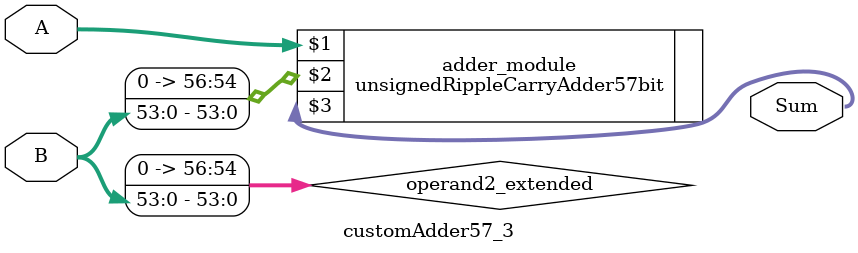
<source format=v>
module customAdder57_3(
                        input [56 : 0] A,
                        input [53 : 0] B,
                        
                        output [57 : 0] Sum
                );

        wire [56 : 0] operand2_extended;
        
        assign operand2_extended =  {3'b0, B};
        
        unsignedRippleCarryAdder57bit adder_module(
            A,
            operand2_extended,
            Sum
        );
        
        endmodule
        
</source>
